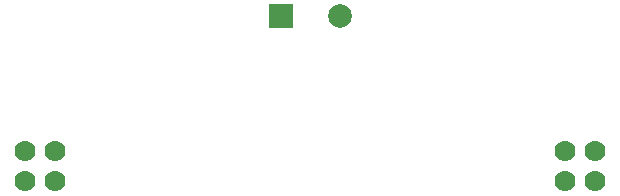
<source format=gts>
%FSLAX33Y33*%
%MOMM*%
%ADD10R,2.X2.*%
%ADD11C,2.*%
%ADD12C,1.778*%
D10*
%LNtop solder mask_traces*%
%LNtop solder mask component d884e53a61bc2bc3*%
G01*
X24170Y16510D03*
D11*
X29170Y16510D03*
%LNtop solder mask component 8889ed7dfd5d4ee6*%
D12*
X2540Y5080D03*
X2540Y2540D03*
X5080Y5080D03*
X5080Y2540D03*
%LNtop solder mask component d1eda6cb61111443*%
X48260Y5080D03*
X48260Y2540D03*
X50800Y5080D03*
X50800Y2540D03*
M02*
</source>
